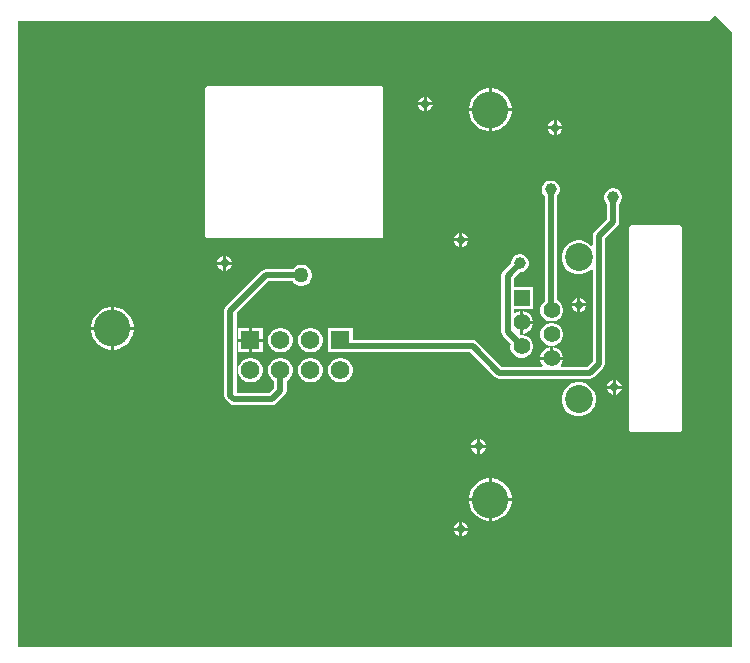
<source format=gbr>
%TF.GenerationSoftware,Altium Limited,Altium Designer,21.2.2 (38)*%
G04 Layer_Physical_Order=2*
G04 Layer_Color=16711680*
%FSLAX26Y26*%
%MOIN*%
%TF.SameCoordinates,75BC83C2-9D79-468A-8CB9-4745F9D1B378*%
%TF.FilePolarity,Positive*%
%TF.FileFunction,Copper,L2,Bot,Signal*%
%TF.Part,Single*%
G01*
G75*
%TA.AperFunction,Conductor*%
%ADD17C,0.019685*%
%TA.AperFunction,ComponentPad*%
%ADD19C,0.062008*%
%ADD20R,0.062008X0.062008*%
%ADD21C,0.055118*%
%ADD22C,0.092913*%
%ADD23R,0.055118X0.055118*%
%TA.AperFunction,ViaPad*%
%ADD24C,0.122047*%
%ADD25C,0.028000*%
%ADD26C,0.039370*%
%ADD27C,0.050000*%
G36*
X2204724Y984252D02*
Y-1062992D01*
X-177165D01*
Y905512D01*
Y1023622D01*
X2125984D01*
X2145669Y1043307D01*
X2204724Y984252D01*
D02*
G37*
%LPC*%
G36*
X1186102Y771938D02*
Y753032D01*
X1205009D01*
X1201449Y761626D01*
X1194697Y768378D01*
X1186102Y771938D01*
D02*
G37*
G36*
X1176102D02*
X1167507Y768378D01*
X1160756Y761626D01*
X1157196Y753032D01*
X1176102D01*
Y771938D01*
D02*
G37*
G36*
X1404633Y799370D02*
X1402638D01*
Y733346D01*
X1468661D01*
Y735342D01*
X1465932Y749063D01*
X1460578Y761989D01*
X1452805Y773621D01*
X1442913Y783514D01*
X1431280Y791287D01*
X1418355Y796641D01*
X1404633Y799370D01*
D02*
G37*
G36*
X1392638D02*
X1390643D01*
X1376921Y796641D01*
X1363995Y791287D01*
X1352363Y783514D01*
X1342470Y773621D01*
X1334697Y761989D01*
X1329344Y749063D01*
X1326614Y735342D01*
Y733346D01*
X1392638D01*
Y799370D01*
D02*
G37*
G36*
X1205009Y743032D02*
X1186102D01*
Y724125D01*
X1194697Y727685D01*
X1201449Y734437D01*
X1205009Y743032D01*
D02*
G37*
G36*
X1176102D02*
X1157196D01*
X1160756Y734437D01*
X1167507Y727685D01*
X1176102Y724125D01*
Y743032D01*
D02*
G37*
G36*
X1619173Y693198D02*
Y674291D01*
X1638080D01*
X1634519Y682886D01*
X1627768Y689638D01*
X1619173Y693198D01*
D02*
G37*
G36*
X1609173D02*
X1600578Y689638D01*
X1593827Y682886D01*
X1590267Y674291D01*
X1609173D01*
Y693198D01*
D02*
G37*
G36*
X1468661Y723346D02*
X1402638D01*
Y657323D01*
X1404633D01*
X1418355Y660052D01*
X1431280Y665406D01*
X1442913Y673179D01*
X1452805Y683072D01*
X1460578Y694704D01*
X1465932Y707630D01*
X1468661Y721351D01*
Y723346D01*
D02*
G37*
G36*
X1392638D02*
X1326614D01*
Y721351D01*
X1329344Y707630D01*
X1334697Y694704D01*
X1342470Y683072D01*
X1352363Y673179D01*
X1363995Y665406D01*
X1376921Y660052D01*
X1390643Y657323D01*
X1392638D01*
Y723346D01*
D02*
G37*
G36*
X1638080Y664291D02*
X1619173D01*
Y645385D01*
X1627768Y648945D01*
X1634519Y655696D01*
X1638080Y664291D01*
D02*
G37*
G36*
X1609173D02*
X1590267D01*
X1593827Y655696D01*
X1600578Y648945D01*
X1609173Y645385D01*
Y664291D01*
D02*
G37*
G36*
X1304213Y319182D02*
Y300276D01*
X1323119D01*
X1319559Y308870D01*
X1312807Y315622D01*
X1304213Y319182D01*
D02*
G37*
G36*
X1294213D02*
X1285618Y315622D01*
X1278866Y308870D01*
X1275306Y300276D01*
X1294213D01*
Y319182D01*
D02*
G37*
G36*
X1031265Y807348D02*
X455638D01*
X451736Y806572D01*
X448429Y804362D01*
X446219Y801054D01*
X445442Y797152D01*
Y309876D01*
X446219Y305974D01*
X448429Y302666D01*
X451736Y300456D01*
X455638Y299680D01*
X1031265D01*
X1035167Y300456D01*
X1038474Y302666D01*
X1040685Y305974D01*
X1041461Y309876D01*
Y797152D01*
X1040685Y801054D01*
X1038474Y804362D01*
X1035167Y806572D01*
X1031265Y807348D01*
D02*
G37*
G36*
X1810995Y466693D02*
X1803178D01*
X1795629Y464670D01*
X1788860Y460762D01*
X1783333Y455235D01*
X1779425Y448466D01*
X1777402Y440916D01*
Y433100D01*
X1779425Y425550D01*
X1783333Y418781D01*
X1786855Y415258D01*
Y363986D01*
X1744899Y322030D01*
X1740514Y315466D01*
X1738974Y307724D01*
Y277072D01*
X1733974Y275001D01*
X1727571Y281404D01*
X1714697Y288836D01*
X1700339Y292684D01*
X1685473D01*
X1671114Y288836D01*
X1658241Y281404D01*
X1647729Y270892D01*
X1640297Y258018D01*
X1636449Y243660D01*
Y228794D01*
X1640297Y214435D01*
X1647729Y201562D01*
X1658241Y191050D01*
X1671114Y183618D01*
X1685473Y179770D01*
X1700339D01*
X1714697Y183618D01*
X1727571Y191050D01*
X1733974Y197453D01*
X1738974Y195382D01*
Y-110647D01*
X1722064Y-127558D01*
X1634643D01*
X1632924Y-122558D01*
X1637354Y-114885D01*
X1639899Y-105387D01*
X1602355D01*
X1564811D01*
X1567355Y-114885D01*
X1571785Y-122558D01*
X1570066Y-127558D01*
X1435696D01*
X1352888Y-44749D01*
X1346325Y-40364D01*
X1338583Y-38824D01*
X939035D01*
Y1634D01*
X857028D01*
Y-80374D01*
X939035D01*
Y-79286D01*
X1330203D01*
X1413011Y-162095D01*
X1419574Y-166480D01*
X1427316Y-168020D01*
X1730444D01*
X1738186Y-166480D01*
X1744749Y-162095D01*
X1773511Y-133333D01*
X1777896Y-126770D01*
X1779436Y-119027D01*
Y299344D01*
X1821392Y341300D01*
X1825778Y347863D01*
X1827318Y355606D01*
Y415258D01*
X1830841Y418781D01*
X1834749Y425550D01*
X1836772Y433100D01*
Y440916D01*
X1834749Y448466D01*
X1830841Y455235D01*
X1825314Y460762D01*
X1818545Y464670D01*
X1810995Y466693D01*
D02*
G37*
G36*
X1323119Y290276D02*
X1304213D01*
Y271369D01*
X1312807Y274929D01*
X1319559Y281681D01*
X1323119Y290276D01*
D02*
G37*
G36*
X1294213D02*
X1275306D01*
X1278866Y281681D01*
X1285618Y274929D01*
X1294213Y271369D01*
Y290276D01*
D02*
G37*
G36*
X516811Y240442D02*
Y221535D01*
X535717D01*
X532157Y230130D01*
X525406Y236882D01*
X516811Y240442D01*
D02*
G37*
G36*
X506811D02*
X498216Y236882D01*
X491465Y230130D01*
X487905Y221535D01*
X506811D01*
Y240442D01*
D02*
G37*
G36*
X535717Y211535D02*
X516811D01*
Y192629D01*
X525406Y196189D01*
X532157Y202940D01*
X535717Y211535D01*
D02*
G37*
G36*
X506811D02*
X487905D01*
X491465Y202940D01*
X498216Y196189D01*
X506811Y192629D01*
Y211535D01*
D02*
G37*
G36*
X772324Y212165D02*
X763109D01*
X754207Y209780D01*
X746226Y205172D01*
X739710Y198656D01*
X738982Y197397D01*
X649606D01*
X641864Y195857D01*
X635301Y191471D01*
X517190Y73361D01*
X512805Y66797D01*
X511265Y59055D01*
Y-224689D01*
X512805Y-232431D01*
X517190Y-238995D01*
X528722Y-250526D01*
X535285Y-254912D01*
X543027Y-256452D01*
X669291D01*
X677034Y-254912D01*
X683597Y-250526D01*
X712337Y-221786D01*
X716723Y-215222D01*
X718263Y-207480D01*
Y-175037D01*
X723208Y-172181D01*
X730843Y-164547D01*
X736241Y-155197D01*
X739035Y-144768D01*
Y-133972D01*
X736241Y-123543D01*
X730843Y-114193D01*
X723208Y-106559D01*
X713858Y-101161D01*
X703430Y-98366D01*
X692633D01*
X682205Y-101161D01*
X672855Y-106559D01*
X665220Y-114193D01*
X659822Y-123543D01*
X657028Y-133972D01*
Y-144768D01*
X659822Y-155197D01*
X665220Y-164547D01*
X672855Y-172181D01*
X677800Y-175037D01*
Y-199100D01*
X660911Y-215989D01*
X551727D01*
Y50675D01*
X657986Y156934D01*
X738982D01*
X739710Y155675D01*
X746226Y149158D01*
X754207Y144551D01*
X763109Y142165D01*
X772324D01*
X781226Y144551D01*
X789207Y149158D01*
X795723Y155675D01*
X800331Y163656D01*
X802716Y172558D01*
Y181773D01*
X800331Y190675D01*
X795723Y198656D01*
X789207Y205172D01*
X781226Y209780D01*
X772324Y212165D01*
D02*
G37*
G36*
X1697913Y102647D02*
Y83740D01*
X1716820D01*
X1713260Y92335D01*
X1706508Y99086D01*
X1697913Y102647D01*
D02*
G37*
G36*
X1687913D02*
X1679319Y99086D01*
X1672567Y92335D01*
X1669007Y83740D01*
X1687913D01*
Y102647D01*
D02*
G37*
G36*
X1716820Y73740D02*
X1697913D01*
Y54834D01*
X1706508Y58394D01*
X1713260Y65145D01*
X1716820Y73740D01*
D02*
G37*
G36*
X1687913D02*
X1669007D01*
X1672567Y65145D01*
X1679319Y58394D01*
X1687913Y54834D01*
Y73740D01*
D02*
G37*
G36*
X1507355Y57629D02*
Y25085D01*
X1539899D01*
X1537354Y34582D01*
X1532409Y43147D01*
X1525417Y50140D01*
X1516852Y55084D01*
X1507355Y57629D01*
D02*
G37*
G36*
X1602889Y492450D02*
X1595073D01*
X1587523Y490427D01*
X1580754Y486519D01*
X1575227Y480992D01*
X1571319Y474223D01*
X1569296Y466673D01*
Y458857D01*
X1571319Y451307D01*
X1575227Y444538D01*
X1580437Y439328D01*
Y90958D01*
X1579293Y90297D01*
X1572300Y83304D01*
X1567355Y74740D01*
X1564796Y65187D01*
Y55298D01*
X1567355Y45745D01*
X1572300Y37181D01*
X1579293Y30188D01*
X1587858Y25243D01*
X1597410Y22684D01*
X1607299D01*
X1616852Y25243D01*
X1625417Y30188D01*
X1632409Y37181D01*
X1637354Y45745D01*
X1639914Y55298D01*
Y65187D01*
X1637354Y74740D01*
X1632409Y83304D01*
X1625417Y90297D01*
X1620899Y92905D01*
Y442702D01*
X1622735Y444538D01*
X1626643Y451307D01*
X1628666Y458857D01*
Y466673D01*
X1626643Y474223D01*
X1622735Y480992D01*
X1617208Y486519D01*
X1610439Y490427D01*
X1602889Y492450D01*
D02*
G37*
G36*
X144791Y71024D02*
X142795D01*
Y5000D01*
X208819D01*
Y6995D01*
X206089Y20717D01*
X200736Y33642D01*
X192963Y45275D01*
X183070Y55168D01*
X171438Y62940D01*
X158512Y68294D01*
X144791Y71024D01*
D02*
G37*
G36*
X132795D02*
X130800D01*
X117079Y68294D01*
X104153Y62940D01*
X92520Y55168D01*
X82628Y45275D01*
X74855Y33642D01*
X69501Y20717D01*
X66772Y6995D01*
Y5000D01*
X132795D01*
Y71024D01*
D02*
G37*
G36*
X1539899Y15085D02*
X1507355D01*
Y-17459D01*
X1516852Y-14914D01*
X1525417Y-9970D01*
X1532409Y-2977D01*
X1537354Y5588D01*
X1539899Y15085D01*
D02*
G37*
G36*
X639035Y1634D02*
X603032D01*
Y-34370D01*
X639035D01*
Y1634D01*
D02*
G37*
G36*
X593032D02*
X557028D01*
Y-34370D01*
X593032D01*
Y1634D01*
D02*
G37*
G36*
X1607299Y17487D02*
X1597410D01*
X1587858Y14927D01*
X1579293Y9982D01*
X1572300Y2990D01*
X1567355Y-5575D01*
X1564796Y-15128D01*
Y-25017D01*
X1567355Y-34569D01*
X1572300Y-43134D01*
X1579293Y-50127D01*
X1587858Y-55072D01*
X1597410Y-57631D01*
X1607299D01*
X1616852Y-55072D01*
X1625417Y-50127D01*
X1632409Y-43134D01*
X1637354Y-34569D01*
X1639914Y-25017D01*
Y-15128D01*
X1637354Y-5575D01*
X1632409Y2990D01*
X1625417Y9982D01*
X1616852Y14927D01*
X1607299Y17487D01*
D02*
G37*
G36*
X208819Y-5000D02*
X142795D01*
Y-71024D01*
X144791D01*
X158512Y-68294D01*
X171438Y-62940D01*
X183070Y-55168D01*
X192963Y-45275D01*
X200736Y-33642D01*
X206089Y-20717D01*
X208819Y-6995D01*
Y-5000D01*
D02*
G37*
G36*
X132795D02*
X66772D01*
Y-6995D01*
X69501Y-20717D01*
X74855Y-33642D01*
X82628Y-45275D01*
X92520Y-55168D01*
X104153Y-62940D01*
X117079Y-68294D01*
X130800Y-71024D01*
X132795D01*
Y-5000D01*
D02*
G37*
G36*
X803430Y1634D02*
X792633D01*
X782205Y-1161D01*
X772855Y-6559D01*
X765220Y-14193D01*
X759822Y-23543D01*
X757028Y-33972D01*
Y-44768D01*
X759822Y-55197D01*
X765220Y-64547D01*
X772855Y-72181D01*
X782205Y-77580D01*
X792633Y-80374D01*
X803430D01*
X813858Y-77580D01*
X823208Y-72181D01*
X830843Y-64547D01*
X836241Y-55197D01*
X839035Y-44768D01*
Y-33972D01*
X836241Y-23543D01*
X830843Y-14193D01*
X823208Y-6559D01*
X813858Y-1161D01*
X803430Y1634D01*
D02*
G37*
G36*
X703430D02*
X692633D01*
X682205Y-1161D01*
X672855Y-6559D01*
X665220Y-14193D01*
X659822Y-23543D01*
X657028Y-33972D01*
Y-44768D01*
X659822Y-55197D01*
X665220Y-64547D01*
X672855Y-72181D01*
X682205Y-77580D01*
X692633Y-80374D01*
X703430D01*
X713858Y-77580D01*
X723208Y-72181D01*
X730843Y-64547D01*
X736241Y-55197D01*
X739035Y-44768D01*
Y-33972D01*
X736241Y-23543D01*
X730843Y-14193D01*
X723208Y-6559D01*
X713858Y-1161D01*
X703430Y1634D01*
D02*
G37*
G36*
X639035Y-44370D02*
X603032D01*
Y-80374D01*
X639035D01*
Y-44370D01*
D02*
G37*
G36*
X593032D02*
X557028D01*
Y-80374D01*
X593032D01*
Y-44370D01*
D02*
G37*
G36*
X1607355Y-62843D02*
Y-95387D01*
X1639899D01*
X1637354Y-85890D01*
X1632409Y-77326D01*
X1625417Y-70333D01*
X1616852Y-65388D01*
X1607355Y-62843D01*
D02*
G37*
G36*
X1597355D02*
X1587858Y-65388D01*
X1579293Y-70333D01*
X1572300Y-77326D01*
X1567355Y-85890D01*
X1564811Y-95387D01*
X1597355D01*
Y-62843D01*
D02*
G37*
G36*
X1499971Y246220D02*
X1492155D01*
X1484605Y244197D01*
X1477836Y240289D01*
X1472309Y234762D01*
X1468401Y227993D01*
X1466378Y220444D01*
Y215462D01*
X1440648Y189731D01*
X1436262Y183168D01*
X1434722Y175425D01*
Y-12828D01*
X1436262Y-20570D01*
X1440648Y-27134D01*
X1465642Y-52128D01*
X1464796Y-55285D01*
Y-65174D01*
X1467355Y-74727D01*
X1472300Y-83292D01*
X1479293Y-90284D01*
X1487858Y-95229D01*
X1497410Y-97789D01*
X1507299D01*
X1516852Y-95229D01*
X1525417Y-90284D01*
X1532409Y-83292D01*
X1537354Y-74727D01*
X1539914Y-65174D01*
Y-55285D01*
X1537354Y-45733D01*
X1532409Y-37168D01*
X1525417Y-30175D01*
X1516852Y-25230D01*
X1507299Y-22671D01*
X1497410D01*
X1496718Y-22856D01*
X1496278Y-22282D01*
X1496597Y-20925D01*
X1497355Y-19785D01*
Y20085D01*
Y57629D01*
X1487858Y55084D01*
X1480184Y50654D01*
X1475184Y52374D01*
Y62841D01*
X1539914D01*
Y137959D01*
X1475184D01*
Y167046D01*
X1494989Y186850D01*
X1499971D01*
X1507521Y188873D01*
X1514290Y192781D01*
X1519817Y198308D01*
X1523725Y205077D01*
X1525748Y212627D01*
Y220444D01*
X1523725Y227993D01*
X1519817Y234762D01*
X1514290Y240289D01*
X1507521Y244197D01*
X1499971Y246220D01*
D02*
G37*
G36*
X903430Y-98366D02*
X892633D01*
X882205Y-101161D01*
X872855Y-106559D01*
X865220Y-114193D01*
X859822Y-123543D01*
X857028Y-133972D01*
Y-144768D01*
X859822Y-155197D01*
X865220Y-164547D01*
X872855Y-172181D01*
X882205Y-177580D01*
X892633Y-180374D01*
X903430D01*
X913858Y-177580D01*
X923208Y-172181D01*
X930843Y-164547D01*
X936241Y-155197D01*
X939035Y-144768D01*
Y-133972D01*
X936241Y-123543D01*
X930843Y-114193D01*
X923208Y-106559D01*
X913858Y-101161D01*
X903430Y-98366D01*
D02*
G37*
G36*
X803430D02*
X792633D01*
X782205Y-101161D01*
X772855Y-106559D01*
X765220Y-114193D01*
X759822Y-123543D01*
X757028Y-133972D01*
Y-144768D01*
X759822Y-155197D01*
X765220Y-164547D01*
X772855Y-172181D01*
X782205Y-177580D01*
X792633Y-180374D01*
X803430D01*
X813858Y-177580D01*
X823208Y-172181D01*
X830843Y-164547D01*
X836241Y-155197D01*
X839035Y-144768D01*
Y-133972D01*
X836241Y-123543D01*
X830843Y-114193D01*
X823208Y-106559D01*
X813858Y-101161D01*
X803430Y-98366D01*
D02*
G37*
G36*
X603430D02*
X592633D01*
X582205Y-101161D01*
X572855Y-106559D01*
X565220Y-114193D01*
X559822Y-123543D01*
X557028Y-133972D01*
Y-144768D01*
X559822Y-155197D01*
X565220Y-164547D01*
X572855Y-172181D01*
X582205Y-177580D01*
X592633Y-180374D01*
X603430D01*
X613858Y-177580D01*
X623208Y-172181D01*
X630843Y-164547D01*
X636241Y-155197D01*
X639035Y-144768D01*
Y-133972D01*
X636241Y-123543D01*
X630843Y-114193D01*
X623208Y-106559D01*
X613858Y-101161D01*
X603430Y-98366D01*
D02*
G37*
G36*
X1816024Y-172944D02*
Y-191850D01*
X1834930D01*
X1831370Y-183256D01*
X1824619Y-176504D01*
X1816024Y-172944D01*
D02*
G37*
G36*
X1806024D02*
X1797429Y-176504D01*
X1790677Y-183256D01*
X1787117Y-191850D01*
X1806024D01*
Y-172944D01*
D02*
G37*
G36*
X1834930Y-201850D02*
X1816024D01*
Y-220757D01*
X1824619Y-217197D01*
X1831370Y-210445D01*
X1834930Y-201850D01*
D02*
G37*
G36*
X1806024D02*
X1787117D01*
X1790677Y-210445D01*
X1797429Y-217197D01*
X1806024Y-220757D01*
Y-201850D01*
D02*
G37*
G36*
X1700339Y-179757D02*
X1685473D01*
X1671114Y-183605D01*
X1658241Y-191037D01*
X1647729Y-201549D01*
X1640297Y-214423D01*
X1636449Y-228781D01*
Y-243647D01*
X1640297Y-258006D01*
X1647729Y-270879D01*
X1658241Y-281391D01*
X1671114Y-288823D01*
X1685473Y-292671D01*
X1700339D01*
X1714697Y-288823D01*
X1727571Y-281391D01*
X1738082Y-270879D01*
X1745515Y-258006D01*
X1749363Y-243647D01*
Y-228781D01*
X1745515Y-214423D01*
X1738082Y-201549D01*
X1727571Y-191037D01*
X1714697Y-183605D01*
X1700339Y-179757D01*
D02*
G37*
G36*
X2027559Y344842D02*
X1870079D01*
X1866177Y344065D01*
X1862869Y341855D01*
X1860659Y338548D01*
X1859883Y334646D01*
Y-334646D01*
X1860659Y-338548D01*
X1862869Y-341855D01*
X1866177Y-344065D01*
X1870079Y-344842D01*
X2027559D01*
X2031461Y-344065D01*
X2034769Y-341855D01*
X2036979Y-338548D01*
X2037755Y-334646D01*
Y334646D01*
X2036979Y338548D01*
X2034769Y341855D01*
X2031461Y344065D01*
X2027559Y344842D01*
D02*
G37*
G36*
X1363268Y-369795D02*
Y-388701D01*
X1382174D01*
X1378614Y-380106D01*
X1371863Y-373355D01*
X1363268Y-369795D01*
D02*
G37*
G36*
X1353268D02*
X1344673Y-373355D01*
X1337921Y-380106D01*
X1334361Y-388701D01*
X1353268D01*
Y-369795D01*
D02*
G37*
G36*
X1382174Y-398701D02*
X1363268D01*
Y-417607D01*
X1371863Y-414047D01*
X1378614Y-407296D01*
X1382174Y-398701D01*
D02*
G37*
G36*
X1353268D02*
X1334361D01*
X1337921Y-407296D01*
X1344673Y-414047D01*
X1353268Y-417607D01*
Y-398701D01*
D02*
G37*
G36*
X1404633Y-499842D02*
X1402638D01*
Y-565866D01*
X1468661D01*
Y-563871D01*
X1465932Y-550149D01*
X1460578Y-537224D01*
X1452805Y-525591D01*
X1442913Y-515698D01*
X1431280Y-507926D01*
X1418355Y-502572D01*
X1404633Y-499842D01*
D02*
G37*
G36*
X1392638D02*
X1390643D01*
X1376921Y-502572D01*
X1363995Y-507926D01*
X1352363Y-515698D01*
X1342470Y-525591D01*
X1334697Y-537224D01*
X1329344Y-550149D01*
X1326614Y-563871D01*
Y-565866D01*
X1392638D01*
Y-499842D01*
D02*
G37*
G36*
X1468661Y-575866D02*
X1402638D01*
Y-641890D01*
X1404633D01*
X1418355Y-639160D01*
X1431280Y-633806D01*
X1442913Y-626034D01*
X1452805Y-616141D01*
X1460578Y-604508D01*
X1465932Y-591583D01*
X1468661Y-577861D01*
Y-575866D01*
D02*
G37*
G36*
X1392638D02*
X1326614D01*
Y-577861D01*
X1329344Y-591583D01*
X1334697Y-604508D01*
X1342470Y-616141D01*
X1352363Y-626034D01*
X1363995Y-633806D01*
X1376921Y-639160D01*
X1390643Y-641890D01*
X1392638D01*
Y-575866D01*
D02*
G37*
G36*
X1304213Y-645385D02*
Y-664291D01*
X1323119D01*
X1319559Y-655696D01*
X1312807Y-648945D01*
X1304213Y-645385D01*
D02*
G37*
G36*
X1294213D02*
X1285618Y-648945D01*
X1278866Y-655696D01*
X1275306Y-664291D01*
X1294213D01*
Y-645385D01*
D02*
G37*
G36*
X1323119Y-674291D02*
X1304213D01*
Y-693198D01*
X1312807Y-689638D01*
X1319559Y-682886D01*
X1323119Y-674291D01*
D02*
G37*
G36*
X1294213D02*
X1275306D01*
X1278866Y-682886D01*
X1285618Y-689638D01*
X1294213Y-693198D01*
Y-674291D01*
D02*
G37*
%LPD*%
D17*
X1807087Y355606D02*
Y437008D01*
X1759205Y307724D02*
X1807087Y355606D01*
X1759205Y-119027D02*
Y307724D01*
X1427316Y-147789D02*
X1730444D01*
X1759205Y-119027D01*
X1454953Y175425D02*
X1496063Y216535D01*
X1454953Y-12828D02*
Y175425D01*
Y-12828D02*
X1502355Y-60230D01*
X1600668Y61929D02*
Y461078D01*
Y61929D02*
X1602355Y60243D01*
X1598981Y462765D02*
X1600668Y461078D01*
X1338583Y-59055D02*
X1427316Y-147789D01*
X898032Y-59055D02*
X1338583D01*
X543027Y-236220D02*
X669291D01*
X698032Y-207480D02*
Y-159055D01*
X669291Y-236220D02*
X698032Y-207480D01*
X531496Y-224689D02*
Y59055D01*
Y-224689D02*
X543027Y-236220D01*
X531496Y59055D02*
X649606Y177165D01*
X767716D01*
D19*
X898032Y-139370D02*
D03*
X798032D02*
D03*
X698032D02*
D03*
X598032D02*
D03*
X698032Y-39370D02*
D03*
X798032D02*
D03*
D20*
X598032D02*
D03*
X898032D02*
D03*
D21*
X1502355Y-60230D02*
D03*
X1602355Y-100387D02*
D03*
Y-20072D02*
D03*
Y60243D02*
D03*
Y-20072D02*
D03*
X1502355Y20085D02*
D03*
D22*
X1692906Y-236214D02*
D03*
Y236227D02*
D03*
D23*
X1502355Y100400D02*
D03*
D24*
X1397638Y-570866D02*
D03*
Y728346D02*
D03*
X137795Y0D02*
D03*
D25*
X1299213Y-669291D02*
D03*
X1181102Y748032D02*
D03*
X1299213Y295276D02*
D03*
X1614173Y669291D02*
D03*
X1692913Y78740D02*
D03*
X1811024Y-196850D02*
D03*
X511811Y216535D02*
D03*
X1358268Y-393701D02*
D03*
D26*
X1807087Y437008D02*
D03*
X1496063Y216535D02*
D03*
X1598981Y462765D02*
D03*
D27*
X767716Y177165D02*
D03*
%TF.MD5,3bbde3790dfe9aeae15837adf110df08*%
M02*

</source>
